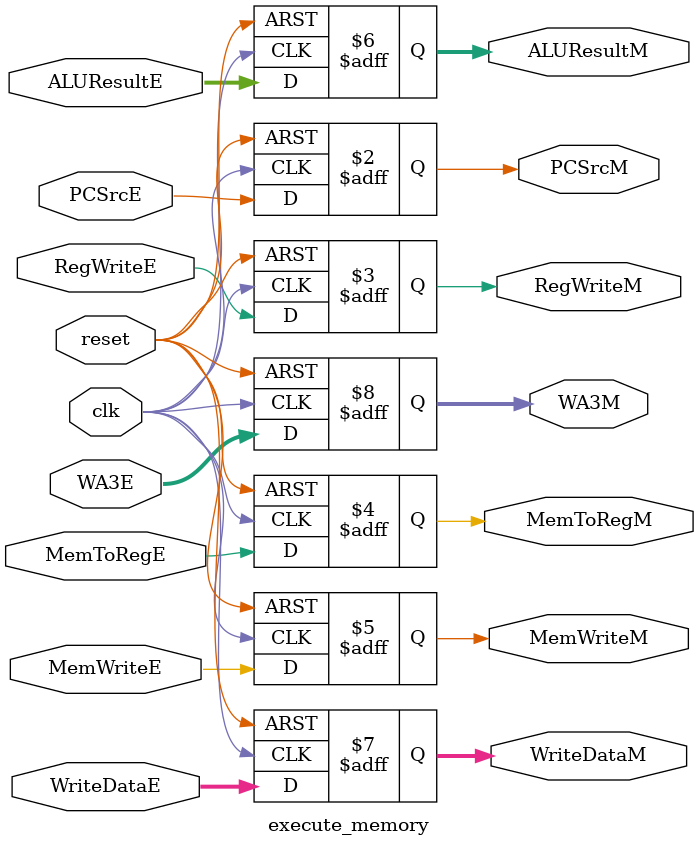
<source format=v>
`timescale 1ns / 1ps

module execute_memory (
    clk, 
    reset, 
    PCSrcE,
    RegWriteE, 
    MemToRegE,
    MemWriteE,
    ALUResultE, 
    WriteDataE, 
    WA3E, 
    PCSrcM,
    RegWriteM, 
    MemToRegM, 
    MemWriteM, 
    ALUResultM,
    WriteDataM, 
    WA3M
);

input wire clk;
input wire reset;
    
// EXECUTE STAGE
// control signals
input wire PCSrcE;
input wire RegWriteE;
input wire MemToRegE;
input wire MemWriteE;
// datapath signals
input wire [31:0] ALUResultE;
input wire [31:0] WriteDataE;  
input wire [3:0] WA3E; 

// MEMORY STAGE
// control signals
output reg PCSrcM;
output reg RegWriteM;
output reg MemToRegM;
output reg MemWriteM;
// datapath signals
output reg [31:0] ALUResultM;
output reg [31:0] WriteDataM;
output reg [3:0] WA3M;

always @(posedge clk or posedge reset) begin
    if (reset) begin
        // control signals
        PCSrcM <= 0;
        RegWriteM <= 0;
        MemToRegM <= 0;
        MemWriteM <= 0;
        // datapath signals
        ALUResultM <= 32'd0;
        WriteDataM <= 32'd0;
        WA3M <= 4'd0;
    end else begin
        // control signals
        PCSrcM <= PCSrcE;
        RegWriteM <= RegWriteE;
        MemToRegM <= MemToRegE;
        MemWriteM <= MemWriteE;
        // datapath signals
        ALUResultM <= ALUResultE;
        WriteDataM <= WriteDataE;
        WA3M <= WA3E;
    end
end

endmodule
</source>
